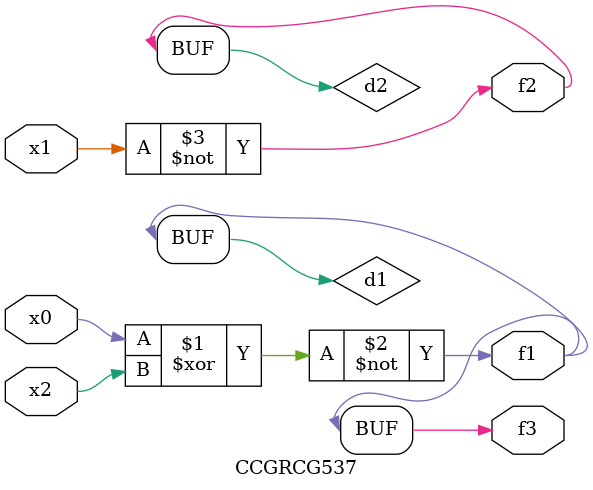
<source format=v>
module CCGRCG537(
	input x0, x1, x2,
	output f1, f2, f3
);

	wire d1, d2, d3;

	xnor (d1, x0, x2);
	nand (d2, x1);
	nor (d3, x1, x2);
	assign f1 = d1;
	assign f2 = d2;
	assign f3 = d1;
endmodule

</source>
